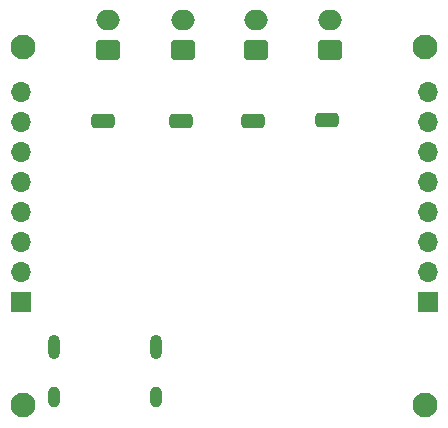
<source format=gbr>
%TF.GenerationSoftware,KiCad,Pcbnew,7.0.11*%
%TF.CreationDate,2025-01-20T01:41:03+09:00*%
%TF.ProjectId,MD,4d442e6b-6963-4616-945f-706362585858,rev?*%
%TF.SameCoordinates,Original*%
%TF.FileFunction,Soldermask,Bot*%
%TF.FilePolarity,Negative*%
%FSLAX46Y46*%
G04 Gerber Fmt 4.6, Leading zero omitted, Abs format (unit mm)*
G04 Created by KiCad (PCBNEW 7.0.11) date 2025-01-20 01:41:03*
%MOMM*%
%LPD*%
G01*
G04 APERTURE LIST*
G04 Aperture macros list*
%AMRoundRect*
0 Rectangle with rounded corners*
0 $1 Rounding radius*
0 $2 $3 $4 $5 $6 $7 $8 $9 X,Y pos of 4 corners*
0 Add a 4 corners polygon primitive as box body*
4,1,4,$2,$3,$4,$5,$6,$7,$8,$9,$2,$3,0*
0 Add four circle primitives for the rounded corners*
1,1,$1+$1,$2,$3*
1,1,$1+$1,$4,$5*
1,1,$1+$1,$6,$7*
1,1,$1+$1,$8,$9*
0 Add four rect primitives between the rounded corners*
20,1,$1+$1,$2,$3,$4,$5,0*
20,1,$1+$1,$4,$5,$6,$7,0*
20,1,$1+$1,$6,$7,$8,$9,0*
20,1,$1+$1,$8,$9,$2,$3,0*%
G04 Aperture macros list end*
%ADD10RoundRect,0.300000X-0.700000X-0.300000X0.700000X-0.300000X0.700000X0.300000X-0.700000X0.300000X0*%
%ADD11O,1.000000X2.100000*%
%ADD12O,1.000000X1.800000*%
%ADD13RoundRect,0.250000X0.750000X-0.600000X0.750000X0.600000X-0.750000X0.600000X-0.750000X-0.600000X0*%
%ADD14O,2.000000X1.700000*%
%ADD15C,2.100000*%
%ADD16R,1.700000X1.700000*%
%ADD17O,1.700000X1.700000*%
G04 APERTURE END LIST*
D10*
%TO.C,REF\u002A\u002A*%
X148717000Y-74879200D03*
%TD*%
%TO.C,REF\u002A\u002A*%
X154813000Y-74879200D03*
%TD*%
D11*
%TO.C,J1*%
X137966000Y-94047000D03*
D12*
X137966000Y-98227000D03*
D11*
X146606000Y-94047000D03*
D12*
X146606000Y-98227000D03*
%TD*%
D13*
%TO.C,J7*%
X161290000Y-68834000D03*
D14*
X161290000Y-66334000D03*
%TD*%
D15*
%TO.C,REF\u002A\u002A*%
X169360000Y-98950000D03*
%TD*%
D16*
%TO.C,J2*%
X135128000Y-90170000D03*
D17*
X135128000Y-87630000D03*
X135128000Y-85090000D03*
X135128000Y-82550000D03*
X135128000Y-80010000D03*
X135128000Y-77470000D03*
X135128000Y-74930000D03*
X135128000Y-72390000D03*
%TD*%
D15*
%TO.C,REF\u002A\u002A*%
X135350000Y-98950000D03*
%TD*%
D16*
%TO.C,J3*%
X169570000Y-90170000D03*
D17*
X169570000Y-87630000D03*
X169570000Y-85090000D03*
X169570000Y-82550000D03*
X169570000Y-80010000D03*
X169570000Y-77470000D03*
X169570000Y-74930000D03*
X169570000Y-72390000D03*
%TD*%
D13*
%TO.C,J6*%
X155067000Y-68834000D03*
D14*
X155067000Y-66334000D03*
%TD*%
D13*
%TO.C,J5*%
X148844000Y-68834000D03*
D14*
X148844000Y-66334000D03*
%TD*%
D10*
%TO.C,REF\u002A\u002A*%
X161036000Y-74828400D03*
%TD*%
%TO.C,REF\u002A\u002A*%
X142113000Y-74879200D03*
%TD*%
D13*
%TO.C,J4*%
X142494000Y-68834000D03*
D14*
X142494000Y-66334000D03*
%TD*%
D15*
%TO.C,REF\u002A\u002A*%
X135350000Y-68570000D03*
%TD*%
%TO.C,REF\u002A\u002A*%
X169350000Y-68580000D03*
%TD*%
M02*

</source>
